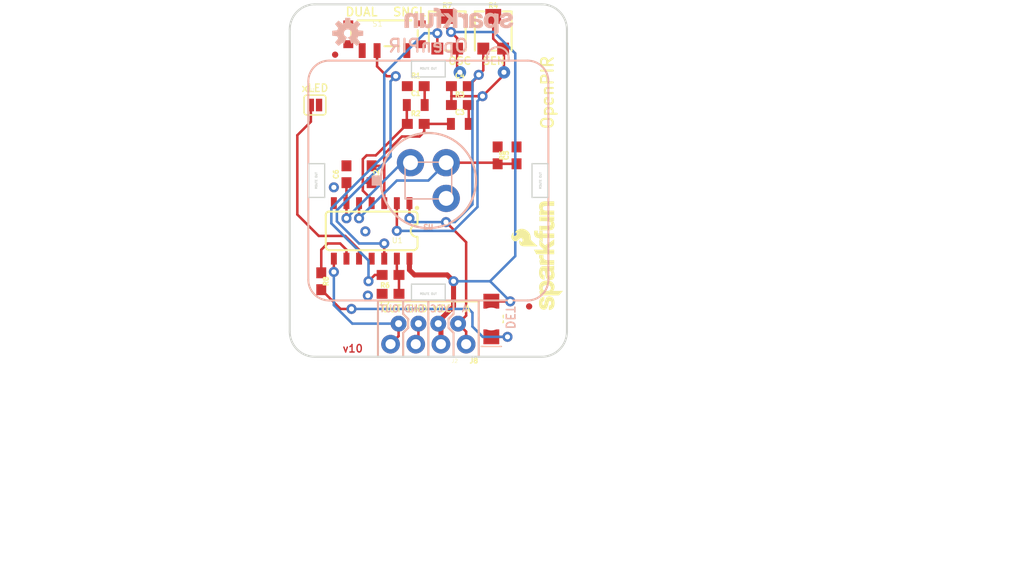
<source format=kicad_pcb>
(kicad_pcb (version 20211014) (generator pcbnew)
  (layers (0 "F.Cu" signal) (31 "B.Cu" signal) (34 "B.Paste" user) (35 "F.Paste" user) (36 "B.SilkS" user "B.Silkscreen") (37 "F.SilkS" user "F.Silkscreen") (38 "B.Mask" user) (39 "F.Mask" user) (44 "Edge.Cuts" user))
  (net 0 "")
  (net 1 "GND")
  (net 2 "N$2")
  (net 3 "N$1")
  (net 4 "VCC")
  (net 5 "N$3")
  (net 6 "N$4")
  (net 7 "N$5")
  (net 8 "N$6")
  (net 9 "N$7")
  (net 10 "N$8")
  (net 11 "MODE")
  (net 12 "~{LED_EN}")
  (net 13 "LED")
  (net 14 "OUT")
  (net 15 "N$9")
  (net 16 "N$11")
  (net 17 "A_OUT")
  (footprint "boardEagle:STAND-OFF" (layer "F.Cu") (at 159.9311 120.2436)
    (fp_text reference "H4" hide)
    (fp_text value "STAND-OFF" hide)
    (pad "" np_thru_hole circle (at 0 0) (size 3.302 3.302) (drill 3.302) (layers *.Cu *.Mask))
  )
  (footprint "boardEagle:SJ_2S" (layer "F.Cu") (at 137.0711 97.3836)
    (fp_text reference "SJ1" (at -0.9498 -1.27) (layer "F.SilkS") (effects (font (size 0.373888 0.373888) (thickness 0.032512)) (justify left bottom)))
    (fp_text value "LED-EN")
    (pad "1" smd rect (at -0.4119 0) (size 0.635 1.27) (layers "F.Cu" "F.Paste" "F.Mask") (net 12 "~{LED_EN}"))
    (pad "2" smd rect (at 0.4119 0) (size 0.635 1.27) (layers "F.Cu" "F.Paste" "F.Mask") (net 1 "GND"))
  )
  (footprint "boardEagle:0603" (layer "F.Cu") (at 147.2311 99.2886)
    (fp_text reference "R2" (at 0 -0.762) (layer "F.SilkS") (effects (font (size 0.48768 0.48768) (thickness 0.12192)) (justify bottom)))
    (fp_text value "560k")
    (pad "1" smd rect (at -0.85 0) (size 1.1 1) (layers "F.Cu" "F.Paste" "F.Mask") (net 7 "N$5"))
    (pad "2" smd rect (at 0.85 0) (size 1.1 1) (layers "F.Cu" "F.Paste" "F.Mask") (net 8 "N$6"))
  )
  (footprint "boardEagle:0603" (layer "F.Cu") (at 142.7861 104.3686 -90)
    (fp_text reference "C2" (at 0 -0.762 -90) (layer "F.SilkS") (effects (font (size 0.48768 0.48768) (thickness 0.12192)) (justify bottom)))
    (fp_text value "10nF")
    (pad "1" smd rect (at -0.85 0 270) (size 1.1 1) (layers "F.Cu" "F.Paste" "F.Mask") (net 8 "N$6"))
    (pad "2" smd rect (at 0.85 0 270) (size 1.1 1) (layers "F.Cu" "F.Paste" "F.Mask") (net 7 "N$5"))
  )
  (footprint "boardEagle:0603" (layer "F.Cu") (at 157.3911 102.4636 90)
    (fp_text reference "C5" (at 0 -0.762 90) (layer "F.SilkS") (effects (font (size 0.48768 0.48768) (thickness 0.12192)) (justify bottom)))
    (fp_text value "0.1uF")
    (pad "1" smd rect (at -0.85 0 90) (size 1.1 1) (layers "F.Cu" "F.Paste" "F.Mask") (net 3 "N$1"))
    (pad "2" smd rect (at 0.85 0 90) (size 1.1 1) (layers "F.Cu" "F.Paste" "F.Mask") (net 1 "GND"))
  )
  (footprint "boardEagle:STAND-OFF" (layer "F.Cu") (at 137.0711 120.2436)
    (fp_text reference "H3" hide)
    (fp_text value "STAND-OFF" hide)
    (pad "" np_thru_hole circle (at 0 0) (size 3.302 3.302) (drill 3.302) (layers *.Cu *.Mask))
  )
  (footprint "boardEagle:0805" (layer "F.Cu") (at 147.2311 97.3836)
    (fp_text reference "C1" (at 0 -0.889) (layer "F.SilkS") (effects (font (size 0.48768 0.48768) (thickness 0.12192)) (justify bottom)))
    (fp_text value "22uF")
    (pad "1" smd rect (at -0.9 0) (size 0.8 1.2) (layers "F.Cu" "F.Paste" "F.Mask") (net 7 "N$5"))
    (pad "2" smd rect (at 0.9 0) (size 0.8 1.2) (layers "F.Cu" "F.Paste" "F.Mask") (net 5 "N$3"))
  )
  (footprint "boardEagle:0603" (layer "F.Cu") (at 151.6761 95.4786)
    (fp_text reference "C4" (at 0 -0.762) (layer "F.SilkS") (effects (font (size 0.48768 0.48768) (thickness 0.12192)) (justify bottom)))
    (fp_text value "10nF")
    (pad "1" smd rect (at -0.85 0) (size 1.1 1) (layers "F.Cu" "F.Paste" "F.Mask") (net 9 "N$7"))
    (pad "2" smd rect (at 0.85 0) (size 1.1 1) (layers "F.Cu" "F.Paste" "F.Mask") (net 17 "A_OUT"))
  )
  (footprint "boardEagle:SFE_LOGO_NAME_FLAME_.1" (layer "F.Cu") (at 162.0901 118.4656 90)
    (fp_text reference "LOGO1" hide)
    (fp_text value "SFE_LOGO_NAME_FLAME.1_INCH" hide)
  )
  (footprint "boardEagle:0603" (layer "F.Cu") (at 140.2461 104.3686 90)
    (fp_text reference "C6" (at 0 -0.762 90) (layer "F.SilkS") (effects (font (size 0.48768 0.48768) (thickness 0.12192)) (justify bottom)))
    (fp_text value "0.1uF")
    (pad "1" smd rect (at -0.85 0 90) (size 1.1 1) (layers "F.Cu" "F.Paste" "F.Mask") (net 2 "N$2"))
    (pad "2" smd rect (at 0.85 0 90) (size 1.1 1) (layers "F.Cu" "F.Paste" "F.Mask") (net 1 "GND"))
  )
  (footprint "boardEagle:0805" (layer "F.Cu") (at 151.6761 99.2886)
    (fp_text reference "C3" (at 0 -0.889) (layer "F.SilkS") (effects (font (size 0.48768 0.48768) (thickness 0.12192)) (justify bottom)))
    (fp_text value "22uF")
    (pad "1" smd rect (at -0.9 0) (size 0.8 1.2) (layers "F.Cu" "F.Paste" "F.Mask") (net 8 "N$6"))
    (pad "2" smd rect (at 0.9 0) (size 0.8 1.2) (layers "F.Cu" "F.Paste" "F.Mask") (net 6 "N$4"))
  )
  (footprint "boardEagle:TRIMPOT-TC33X" (layer "F.Cu") (at 150.4061 89.8906)
    (fp_text reference "R7" (at 0 -2.25) (layer "F.SilkS") (effects (font (size 0.48768 0.48768) (thickness 0.12192)) (justify bottom)))
    (fp_text value "1M")
    (pad "1" smd rect (at -1 1.8) (size 1.2 1.2) (layers "F.Cu" "F.Paste" "F.Mask") (net 16 "N$11"))
    (pad "2" smd rect (at 0 -1.45) (size 1.6 1.5) (layers "F.Cu" "F.Paste" "F.Mask") (net 4 "VCC"))
    (pad "3" smd rect (at 1 1.8) (size 1.2 1.2) (layers "F.Cu" "F.Paste" "F.Mask") (net 4 "VCC"))
  )
  (footprint "boardEagle:STAND-OFF" (layer "F.Cu") (at 159.9311 89.7636)
    (fp_text reference "H2" hide)
    (fp_text value "STAND-OFF" hide)
    (pad "" np_thru_hole circle (at 0 0) (size 3.302 3.302) (drill 3.302) (layers *.Cu *.Mask))
  )
  (footprint "boardEagle:1X04_NO_SILK_ALL_ROUND" (layer "F.Cu") (at 152.3111 121.5136 180)
    (fp_text reference "J8" (at -1.27 -1.397 180) (layer "F.SilkS") (effects (font (size 0.48768 0.48768) (thickness 0.12192)) (justify right top)))
    (fp_text value "")
    (pad "1" thru_hole circle (at 0 0 270) (size 1.8796 1.8796) (drill 1.016) (layers *.Cu *.Mask) (net 17 "A_OUT"))
    (pad "2" thru_hole circle (at 2.54 0 270) (size 1.8796 1.8796) (drill 1.016) (layers *.Cu *.Mask) (net 4 "VCC"))
    (pad "3" thru_hole circle (at 5.08 0 270) (size 1.8796 1.8796) (drill 1.016) (layers *.Cu *.Mask) (net 1 "GND"))
    (pad "4" thru_hole circle (at 7.62 0 270) (size 1.8796 1.8796) (drill 1.016) (layers *.Cu *.Mask) (net 14 "OUT"))
  )
  (footprint "boardEagle:0603" (layer "F.Cu") (at 151.6761 97.3836)
    (fp_text reference "R3" (at 0 -0.762) (layer "F.SilkS") (effects (font (size 0.48768 0.48768) (thickness 0.12192)) (justify bottom)))
    (fp_text value "10k")
    (pad "1" smd rect (at -0.85 0) (size 1.1 1) (layers "F.Cu" "F.Paste" "F.Mask") (net 9 "N$7"))
    (pad "2" smd rect (at 0.85 0) (size 1.1 1) (layers "F.Cu" "F.Paste" "F.Mask") (net 6 "N$4"))
  )
  (footprint "boardEagle:LED-1206-BOTTOM" (layer "F.Cu") (at 154.8511 118.9736 -90)
    (fp_text reference "D1" (at 0 -1.27 -90) (layer "F.SilkS") (effects (font (size 0.48768 0.48768) (thickness 0.12192)) (justify bottom)))
    (fp_text value "Green")
    (pad "" np_thru_hole circle (at 0 0 270) (size 2.3 2.3) (drill 2.3) (layers *.Cu *.Mask))
    (pad "A" smd rect (at -1.8 0 270) (size 1.5 1.6) (layers "F.Cu" "F.Paste" "F.Mask") (net 4 "VCC"))
    (pad "C" smd rect (at 1.8 0 270) (size 1.5 1.6) (layers "F.Cu" "F.Paste" "F.Mask") (net 15 "N$9"))
  )
  (footprint "boardEagle:SO14" (layer "F.Cu") (at 142.7861 110.0836 180)
    (fp_text reference "U1" (at -3.175 -0.635 180) (layer "F.SilkS") (effects (font (size 0.54864 0.54864) (thickness 0.06096)) (justify right top)))
    (fp_text value "NCS36000")
    (pad "1" smd rect (at -3.81 2.8 180) (size 0.6 1.2) (layers "F.Cu" "F.Paste" "F.Mask") (net 17 "A_OUT"))
    (pad "2" smd rect (at -2.54 2.8 180) (size 0.6 1.2) (layers "F.Cu" "F.Paste" "F.Mask") (net 9 "N$7"))
    (pad "3" smd rect (at -1.27 2.8 180) (size 0.6 1.2) (layers "F.Cu" "F.Paste" "F.Mask") (net 8 "N$6"))
    (pad "4" smd rect (at 0 2.8 180) (size 0.6 1.2) (layers "F.Cu" "F.Paste" "F.Mask") (net 7 "N$5"))
    (pad "5" smd rect (at 1.27 2.8 180) (size 0.6 1.2) (layers "F.Cu" "F.Paste" "F.Mask") (net 3 "N$1"))
    (pad "6" smd rect (at 2.54 2.8 180) (size 0.6 1.2) (layers "F.Cu" "F.Paste" "F.Mask") (net 2 "N$2"))
    (pad "7" smd rect (at 3.81 2.8 180) (size 0.6 1.2) (layers "F.Cu" "F.Paste" "F.Mask") (net 1 "GND"))
    (pad "8" smd rect (at 3.81 -2.8 180) (size 0.6 1.2) (layers "F.Cu" "F.Paste" "F.Mask") (net 14 "OUT"))
    (pad "9" smd rect (at 2.54 -2.8 180) (size 0.6 1.2) (layers "F.Cu" "F.Paste" "F.Mask") (net 13 "LED"))
    (pad "10" smd rect (at 1.27 -2.8 180) (size 0.6 1.2) (layers "F.Cu" "F.Paste" "F.Mask") (net 12 "~{LED_EN}"))
    (pad "11" smd rect (at 0 -2.8 180) (size 0.6 1.2) (layers "F.Cu" "F.Paste" "F.Mask"))
    (pad "12" smd rect (at -1.27 -2.8 180) (size 0.6 1.2) (layers "F.Cu" "F.Paste" "F.Mask") (net 11 "MODE"))
    (pad "13" smd rect (at -2.54 -2.8 180) (size 0.6 1.2) (layers "F.Cu" "F.Paste" "F.Mask") (net 10 "N$8"))
    (pad "14" smd rect (at -3.81 -2.8 180) (size 0.6 1.2) (layers "F.Cu" "F.Paste" "F.Mask") (net 4 "VCC"))
  )
  (footprint "boardEagle:MICRO-FIDUCIAL" (layer "F.Cu") (at 158.6611 117.7036)
    (fp_text reference "FD2" hide)
    (fp_text value "FIDUCIALUFIDUCIAL" hide)
    (pad "1" smd roundrect (at 0 0) (size 0.635 0.635) (layers "F.Cu" "F.Mask") (roundrect_rratio 0.5))
  )
  (footprint "boardEagle:JST-4-PTH-VERT-NS" (layer "F.Cu") (at 148.5011 119.9896 180)
    (fp_text reference "J2" (at -3 -3 180) (layer "F.SilkS") (effects (font (size 0.373888 0.373888) (thickness 0.032512)) (justify right top)))
    (fp_text value "")
    (pad "1" thru_hole circle (at -3 0.55 180) (size 1.6 1.6) (drill 0.7) (layers *.Cu *.Mask) (net 17 "A_OUT"))
    (pad "2" thru_hole circle (at -1 0.55 180) (size 1.6 1.6) (drill 0.7) (layers *.Cu *.Mask) (net 4 "VCC"))
    (pad "3" thru_hole circle (at 1 0.55 180) (size 1.6 1.6) (drill 0.7) (layers *.Cu *.Mask) (net 1 "GND"))
    (pad "4" thru_hole circle (at 3 0.55 180) (size 1.6 1.6) (drill 0.7) (layers *.Cu *.Mask) (net 14 "OUT"))
  )
  (footprint "boardEagle:SWITCH-SPST-SMD-A" (layer "F.Cu") (at 144.0815 90.1446)
    (fp_text reference "S1" (at -1.27 -0.635) (layer "F.SilkS") (effects (font (size 0.560832 0.560832) (thickness 0.048768)) (justify left bottom)))
    (fp_text value "")
    (pad "" np_thru_hole circle (at -1.5 0) (size 0.9 0.9) (drill 0.9) (layers *.Cu *.Mask))
    (pad "" np_thru_hole circle (at 1.5 0) (size 0.9 0.9) (drill 0.9) (layers *.Cu *.Mask))
    (pad "1" smd rect (at -2.25 1.75 180) (size 0.7 1.5) (layers "F.Cu" "F.Paste" "F.Mask"))
    (pad "2" smd rect (at -0.75 1.75 180) (size 0.7 1.5) (layers "F.Cu" "F.Paste" "F.Mask") (net 11 "MODE"))
    (pad "3" smd rect (at 2.25 1.75 180) (size 0.7 1.5) (layers "F.Cu" "F.Paste" "F.Mask") (net 1 "GND"))
    (pad "GND1" smd rect (at -3.65 -1) (size 1 0.6) (layers "F.Cu" "F.Paste" "F.Mask"))
    (pad "GND2" smd rect (at -3.65 1.1) (size 1 0.8) (layers "F.Cu" "F.Paste" "F.Mask"))
    (pad "GND3" smd rect (at 3.65 -1) (size 1 0.6) (layers "F.Cu" "F.Paste" "F.Mask"))
    (pad "GND4" smd rect (at 3.65 1.1) (size 1 0.8) (layers "F.Cu" "F.Paste" "F.Mask"))
  )
  (footprint "boardEagle:0603" (layer "F.Cu") (at 144.6911 116.4336 180)
    (fp_text reference "C7" (at 0 -0.762 180) (layer "F.SilkS") (effects (font (size 0.48768 0.48768) (thickness 0.12192)) (justify right top)))
    (fp_text value "0.1uF")
    (pad "1" smd rect (at -0.85 0 180) (size 1.1 1) (layers "F.Cu" "F.Paste" "F.Mask") (net 10 "N$8"))
    (pad "2" smd rect (at 0.85 0 180) (size 1.1 1) (layers "F.Cu" "F.Paste" "F.Mask") (net 1 "GND"))
  )
  (footprint "boardEagle:0603" (layer "F.Cu") (at 155.4861 102.4636 -90)
    (fp_text reference "R5" (at 0 -0.762 -90) (layer "F.SilkS") (effects (font (size 0.48768 0.48768) (thickness 0.12192)) (justify bottom)))
    (fp_text value "43k")
    (pad "1" smd rect (at -0.85 0 270) (size 1.1 1) (layers "F.Cu" "F.Paste" "F.Mask") (net 1 "GND"))
    (pad "2" smd rect (at 0.85 0 270) (size 1.1 1) (layers "F.Cu" "F.Paste" "F.Mask") (net 3 "N$1"))
  )
  (footprint "boardEagle:0603" (layer "F.Cu") (at 137.7061 115.1636 -90)
    (fp_text reference "R8" (at 0 -0.762 -90) (layer "F.SilkS") (effects (font (size 0.48768 0.48768) (thickness 0.12192)) (justify bottom)))
    (fp_text value "1k")
    (pad "1" smd rect (at -0.85 0 270) (size 1.1 1) (layers "F.Cu" "F.Paste" "F.Mask") (net 13 "LED"))
    (pad "2" smd rect (at 0.85 0 270) (size 1.1 1) (layers "F.Cu" "F.Paste" "F.Mask") (net 15 "N$9"))
  )
  (footprint "boardEagle:0603" (layer "F.Cu") (at 147.2311 95.4786)
    (fp_text reference "R1" (at 0 -0.762) (layer "F.SilkS") (effects (font (size 0.48768 0.48768) (thickness 0.12192)) (justify bottom)))
    (fp_text value "10k")
    (pad "1" smd rect (at -0.85 0) (size 1.1 1) (layers "F.Cu" "F.Paste" "F.Mask") (net 1 "GND"))
    (pad "2" smd rect (at 0.85 0) (size 1.1 1) (layers "F.Cu" "F.Paste" "F.Mask") (net 5 "N$3"))
  )
  (footprint "boardEagle:CREATIVE_COMMONS" (layer "F.Cu") (at 125.6411 143.1036)
    (fp_text reference "FRAME1" hide)
    (fp_text value "FRAME-LETTER" hide)
  )
  (footprint "boardEagle:STAND-OFF" (layer "F.Cu") (at 137.0711 89.7636)
    (fp_text reference "H1" hide)
    (fp_text value "STAND-OFF" hide)
    (pad "" np_thru_hole circle (at 0 0) (size 3.302 3.302) (drill 3.302) (layers *.Cu *.Mask))
  )
  (footprint "boardEagle:MICRO-FIDUCIAL" (layer "F.Cu") (at 139.1031 92.3036)
    (fp_text reference "FD1" hide)
    (fp_text value "FIDUCIALUFIDUCIAL" hide)
    (pad "1" smd roundrect (at 0 0) (size 0.635 0.635) (layers "F.Cu" "F.Mask") (roundrect_rratio 0.5))
  )
  (footprint "boardEagle:TRIMPOT-TC33X" (layer "F.Cu") (at 155.0416 89.8906)
    (fp_text reference "R4" (at 0 -2.25) (layer "F.SilkS") (effects (font (size 0.48768 0.48768) (thickness 0.12192)) (justify bottom)))
    (fp_text value "1M")
    (pad "1" smd rect (at -1 1.8) (size 1.2 1.2) (layers "F.Cu" "F.Paste" "F.Mask") (net 17 "A_OUT"))
    (pad "2" smd rect (at 0 -1.45) (size 1.6 1.5) (layers "F.Cu" "F.Paste" "F.Mask") (net 9 "N$7"))
    (pad "3" smd rect (at 1 1.8) (size 1.2 1.2) (layers "F.Cu" "F.Paste" "F.Mask") (net 9 "N$7"))
  )
  (footprint "boardEagle:0603" (layer "F.Cu") (at 144.6911 114.5286 180)
    (fp_text reference "R6" (at 0 -0.762 180) (layer "F.SilkS") (effects (font (size 0.48768 0.48768) (thickness 0.12192)) (justify right top)))
    (fp_text value "51k")
    (pad "1" smd rect (at -0.85 0 180) (size 1.1 1) (layers "F.Cu" "F.Paste" "F.Mask") (net 10 "N$8"))
    (pad "2" smd rect (at 0.85 0 180) (size 1.1 1) (layers "F.Cu" "F.Paste" "F.Mask") (net 16 "N$11"))
  )
  (footprint "boardEagle:LENS-CWM-0.5-GI-V1" (layer "B.Cu") (at 148.5011 105.0036 180)
    (fp_text reference "U$1" hide)
    (fp_text value "CWM 0.5 GI V1" hide)
    (fp_line (start -1.7 -10.45) (end 1.7 -10.45) (layer "Edge.Cuts") (width 0.127))
    (fp_line (start 1.7 12.05) (end 1.7 10.45) (layer "Edge.Cuts") (width 0.127))
    (fp_line (start 10.45 1.7) (end 12.05 1.7) (layer "Edge.Cuts") (width 0.127))
    (fp_line (start -10.45 1.7) (end -10.45 -1.7) (layer "Edge.Cuts") (width 0.127))
    (fp_line (start 12.05 -1.7) (end 10.45 -1.7) (layer "Edge.Cuts") (width 0.127))
    (fp_line (start 10.45 1.7) (end 10.45 -1.7) (layer "Edge.Cuts") (width 0.127))
    (fp_line (start 12.05 1.7) (end 12.05 -1.7) (layer "Edge.Cuts") (width 0.127))
    (fp_line (start -10.45 -1.7) (end -12.05 -1.7) (layer "Edge.Cuts") (width 0.127))
    (fp_line (start -1.7 12.05) (end 1.7 12.05) (layer "Edge.Cuts") (width 0.127))
    (fp_line (start -1.7 -12.05) (end 1.7 -12.05) (layer "Edge.Cuts") (width 0.127))
    (fp_line (start -1.7 10.45) (end -1.7 12.05) (layer "Edge.Cuts") (width 0.127))
    (fp_line (start -1.7 10.45) (end 1.7 10.45) (layer "Edge.Cuts") (width 0.127))
    (fp_line (start -1.7 -12.05) (end -1.7 -10.45) (layer "Edge.Cuts") (width 0.127))
    (fp_line (start -12.05 1.7) (end -10.45 1.7) (layer "Edge.Cuts") (width 0.127))
    (fp_line (start -12.05 1.7) (end -12.05 -1.7) (layer "Edge.Cuts") (width 0.127))
    (fp_line (start 1.7 -10.45) (end 1.7 -12.05) (layer "Edge.Cuts") (width 0.127))
  )
  (footprint "boardEagle:PAD.03X.05" (layer "B.Cu") (at 156.1211 94.0816 180)
    (fp_text reference "TP1" hide)
    (fp_text value "" hide)
    (pad "P$1" smd roundrect (at 0 0 180) (size 1.27 1.27) (layers "B.Cu" "B.Mask") (roundrect_rratio 0.5) (net 9 "N$7"))
  )
  (footprint "boardEagle:PIR" (layer "B.Cu") (at 148.5011 105.0036)
    (fp_text reference "U2" (at 0 4.98 180) (layer "B.SilkS") (effects (font (size 0.48768 0.48768) (thickness 0.12192)) (justify bottom mirror)))
    (fp_text value "PIR")
    (pad "D" thru_hole circle (at -1.8 -1.8) (size 2.75 2.75) (drill 1.5) (layers *.Cu) (net 2 "N$2"))
    (pad "G" thru_hole circle (at 1.8 1.8) (size 2.75 2.75) (drill 1.5) (layers *.Cu) (net 1 "GND"))
    (pad "S" thru_hole circle (at 1.8 -1.8) (size 2.75 2.75) (drill 1.5) (layers *.Cu) (net 3 "N$1"))
  )
  (footprint "boardEagle:OSHW-LOGO-S" (layer "B.Cu") (at 140.3731 90.1446 180)
    (fp_text reference "LOGO4" hide)
    (fp_text value "OSHW-LOGOS" hide)
  )
  (footprint "boardEagle:PAD.03X.05" (layer "B.Cu") (at 151.6761 94.0816 180)
    (fp_text reference "TP2" hide)
    (fp_text value "" hide)
    (pad "P$1" smd roundrect (at 0 0 180) (size 1.27 1.27) (layers "B.Cu" "B.Mask") (roundrect_rratio 0.5) (net 4 "VCC"))
  )
  (footprint "boardEagle:SFE_LOGO_NAME_.1" (layer "B.Cu") (at 157.5181 90.9066 180)
    (fp_text reference "LOGO3" hide)
    (fp_text value "SFE_LOGO_NAME.1_INCH" hide)
  )
  (gr_line (start 151.0411 122.7836) (end 151.0411 120.3706) (layer "B.SilkS") (width 0.2032))
  (gr_line (start 145.9611 122.7836) (end 145.9611 120.3706) (layer "B.SilkS") (width 0.2032))
  (gr_line (start 145.9611 118.4656) (end 145.9611 117.1956) (layer "B.SilkS") (width 0.2032))
  (gr_line (start 146.4691 118.9736) (end 145.9611 118.4656) (layer "B.SilkS") (width 0.2032))
  (gr_line (start 145.9611 120.3706) (end 146.4691 119.8626) (layer "B.SilkS") (width 0.2032))
  (gr_line (start 151.0411 120.3706) (end 150.5331 119.8626) (layer "B.SilkS") (width 0.2032))
  (gr_line (start 150.5331 119.8626) (end 150.5331 118.9736) (layer "B.SilkS") (width 0.2032))
  (gr_line (start 151.0411 118.4656) (end 151.0411 117.1956) (layer "B.SilkS") (width 0.2032))
  (gr_line (start 146.4691 119.8626) (end 146.4691 118.9736) (layer "B.SilkS") (width 0.2032))
  (gr_line (start 148.5011 122.7836) (end 148.5011 117.1956) (layer "B.SilkS") (width 0.2032))
  (gr_line (start 153.5811 122.7836) (end 153.5811 117.1956) (layer "B.SilkS") (width 0.2032))
  (gr_line (start 150.5331 118.9736) (end 151.0411 118.4656) (layer "B.SilkS") (width 0.2032))
  (gr_line (start 143.4211 122.7836) (end 143.4211 117.1956) (layer "B.SilkS") (width 0.2032))
  (gr_line (start 151.0411 120.3706) (end 150.5331 119.8626) (layer "F.SilkS") (width 0.2032))
  (gr_line (start 148.5011 122.7836) (end 148.5011 117.1956) (layer "F.SilkS") (width 0.2032))
  (gr_line (start 150.5331 118.9736) (end 151.0411 118.4656) (layer "F.SilkS") (width 0.2032))
  (gr_line (start 151.0411 122.7836) (end 151.0411 120.3706) (layer "F.SilkS") (width 0.2032))
  (gr_line (start 153.5811 117.1956) (end 151.0411 117.1956) (layer "F.SilkS") (width 0.2032))
  (gr_line (start 145.9611 122.7836) (end 145.9611 120.3706) (layer "F.SilkS") (width 0.2032))
  (gr_line (start 151.0411 117.1956) (end 143.4211 117.1956) (layer "F.SilkS") (width 0.2032))
  (gr_line (start 146.4691 119.8626) (end 146.4691 118.9736) (layer "F.SilkS") (width 0.2032))
  (gr_line (start 145.9611 118.4656) (end 145.9611 117.1956) (layer "F.SilkS") (width 0.2032))
  (gr_line (start 153.5811 122.7836) (end 153.5811 117.1956) (layer "F.SilkS") (width 0.2032))
  (gr_line (start 143.4211 122.7836) (end 143.4211 117.1956) (layer "F.SilkS") (width 0.2032))
  (gr_line (start 151.0411 118.4656) (end 151.0411 117.1956) (layer "F.SilkS") (width 0.2032))
  (gr_line (start 145.9611 120.3706) (end 146.4691 119.8626) (layer "F.SilkS") (width 0.2032))
  (gr_line (start 150.5331 118.9736) (end 150.5331 119.8626) (layer "F.SilkS") (width 0.2032))
  (gr_line (start 146.4691 118.9736) (end 145.9611 118.4656) (layer "F.SilkS") (width 0.2032))
  (gr_line (start 159.9311 87.2236) (end 137.0711 87.2236) (layer "Edge.Cuts") (width 0.2032))
  (gr_line (start 162.4711 120.2436) (end 162.4711 89.7636) (layer "Edge.Cuts") (width 0.2032))
  (gr_arc (start 137.0711 122.7836) (mid 135.275049 122.039651) (end 134.5311 120.2436) (layer "Edge.Cuts") (width 0.2032))
  (gr_line (start 134.5311 89.7636) (end 134.5311 120.2436) (layer "Edge.Cuts") (width 0.2032))
  (gr_arc (start 162.4711 120.2436) (mid 161.727151 122.039651) (end 159.9311 122.7836) (layer "Edge.Cuts") (width 0.2032))
  (gr_arc (start 134.5311 89.7636) (mid 135.275049 87.967549) (end 137.0711 87.2236) (layer "Edge.Cuts") (width 0.2032))
  (gr_arc (start 159.9311 87.2236) (mid 161.727151 87.967549) (end 162.4711 89.7636) (layer "Edge.Cuts") (width 0.2032))
  (gr_line (start 137.0711 122.7836) (end 159.9311 122.7836) (layer "Edge.Cuts") (width 0.2032))
  (gr_text "v10" (at 140.8811 122.4026) (layer "F.Cu") (effects (font (size 0.75565 0.75565) (thickness 0.13335)) (justify bottom)))
  (gr_text "DET" (at 156.2481 118.8466 -90) (layer "B.SilkS") (effects (font (size 0.8636 0.8636) (thickness 0.1524)) (justify bottom mirror)))
  (gr_text "OUT" (at 144.5641 118.3386) (layer "B.SilkS") (effects (font (size 0.69088 0.69088) (thickness 0.12192)) (justify bottom mirror)))
  (gr_text "OpenPIR" (at 148.5011 90.6526) (layer "B.SilkS") (effects (font (size 1.2954 1.2954) (thickness 0.2286)) (justify top mirror)))
  (gr_text "A" (at 152.1841 118.3386) (layer "B.SilkS") (effects (font (size 0.69088 0.69088) (thickness 0.12192)) (justify bottom mirror)))
  (gr_text "GND" (at 147.1041 118.3386) (layer "B.SilkS") (effects (font (size 0.69088 0.69088) (thickness 0.12192)) (justify bottom mirror)))
  (gr_text "VCC" (at 149.6441 118.3386) (layer "B.SilkS") (effects (font (size 0.69088 0.69088) (thickness 0.12192)) (justify bottom mirror)))
  (gr_text "OSC" (at 151.6761 92.4941) (layer "F.SilkS") (effects (font (size 0.75565 0.75565) (thickness 0.13335)) (justify top)))
  (gr_text "A" (at 152.4381 118.3386) (layer "F.SilkS") (effects (font (size 0.69088 0.69088) (thickness 0.12192)) (justify bottom)))
  (gr_text "SNGL" (at 146.5961 88.4936) (layer "F.SilkS") (effects (font (size 0.8636 0.8636) (thickness 0.1524)) (justify bottom)))
  (gr_text "SEN" (at 155.1051 92.4941) (layer "F.SilkS") (effects (font (size 0.75565 0.75565) (thickness 0.13335)) (justify top)))
  (gr_text "GND" (at 147.3581 118.3386) (layer "F.SilkS") (effects (font (size 0.69088 0.69088) (thickness 0.12192)) (justify bottom)))
  (gr_text "xLED" (at 137.0711 96.1136) (layer "F.SilkS") (effects (font (size 0.75565 0.75565) (thickness 0.13335)) (justify bottom)))
  (gr_text "OUT" (at 144.8181 118.3386) (layer "F.SilkS") (effects (font (size 0.69088 0.69088) (thickness 0.12192)) (justify bottom)))
  (gr_text "DUAL" (at 141.7701 88.4936) (layer "F.SilkS") (effects (font (size 0.8636 0.8636) (thickness 0.1524)) (justify bottom)))
  (gr_text "VCC" (at 149.8981 118.3386) (layer "F.SilkS") (effects (font (size 0.69088 0.69088) (thickness 0.12192)) (justify bottom)))
  (gr_text "OpenPIR" (at 161.2011 92.3036 90) (layer "F.SilkS") (effects (font (size 1.18745 1.18745) (thickness 0.20955)) (justify right bottom)))
  (gr_text "ROUTE OUT" (at 159.8041 105.0036 90) (layer "Edge.Cuts") (effects (font (size 0.2032 0.2032) (thickness 0.0508))))
  (gr_text "ROUTE OUT" (at 148.5011 93.7006) (layer "Edge.Cuts") (effects (font (size 0.2032 0.2032) (thickness 0.0508))))
  (gr_text "ROUTE OUT" (at 148.5011 116.4336) (layer "Edge.Cuts") (effects (font (size 0.2032 0.2032) (thickness 0.0508))))
  (gr_text "ROUTE OUT" (at 137.1981 105.0036 90) (layer "Edge.Cuts") (effects (font (size 0.2032 0.2032) (thickness 0.0508))))
  (segment (start 147.2311 121.5136) (end 147.5011 121.2436) (width 0.254) (layer "F.Cu") (net 1))
  (segment (start 147.5011 121.2436) (end 147.5011 119.4396) (width 0.254) (layer "F.Cu") (net 1))
  (via (at 138.9761 105.6894) (size 1.016) (drill 0.508) (layers "F.Cu" "B.Cu") (net 1))
  (via (at 142.4051 116.6114) (size 1.016) (drill 0.508) (layers "F.Cu" "B.Cu") (net 1))
  (via (at 142.1511 110.1344) (size 1.016) (drill 0.508) (layers "F.Cu" "B.Cu") (net 1))
  (segment (start 140.2461 107.2836) (end 140.2461 108.8136) (width 0.254) (layer "F.Cu") (net 2))
  (segment (start 140.2461 107.2836) (end 140.2461 105.2186) (width 0.254) (layer "F.Cu") (net 2))
  (via (at 140.2461 108.8136) (size 1.016) (drill 0.508) (layers "F.Cu" "B.Cu") (net 2))
  (segment (start 140.2461 108.8136) (end 145.8561 103.2036) (width 0.254) (layer "B.Cu") (net 2))
  (segment (start 145.8561 103.2036) (end 146.7011 103.2036) (width 0.254) (layer "B.Cu") (net 2))
  (segment (start 150.3011 103.2036) (end 155.4861 103.2036) (width 0.254) (layer "F.Cu") (net 3))
  (segment (start 155.4861 103.3136) (end 157.3911 103.3136) (width 0.254) (layer "F.Cu") (net 3))
  (segment (start 155.4861 103.2036) (end 155.4861 103.3136) (width 0.254) (layer "F.Cu") (net 3))
  (segment (start 141.5161 107.2836) (end 141.5161 108.8136) (width 0.254) (layer "F.Cu") (net 3))
  (via (at 141.5161 108.8136) (size 1.016) (drill 0.508) (layers "F.Cu" "B.Cu") (net 3))
  (segment (start 148.5011 105.0036) (end 150.3011 103.2036) (width 0.254) (layer "B.Cu") (net 3))
  (segment (start 145.3261 105.0036) (end 148.5011 105.0036) (width 0.254) (layer "B.Cu") (net 3))
  (segment (start 141.5161 108.8136) (end 145.3261 105.0036) (width 0.254) (layer "B.Cu") (net 3))
  (segment (start 150.4061 88.4406) (end 150.4061 89.6366) (width 0.254) (layer "F.Cu") (net 4))
  (segment (start 151.0411 117.7036) (end 151.0411 115.1636) (width 0.508) (layer "F.Cu") (net 4))
  (segment (start 151.4061 91.6906) (end 151.4061 90.6366) (width 0.254) (layer "F.Cu") (net 4))
  (segment (start 151.0411 115.1636) (end 150.4061 114.5286) (width 0.508) (layer "F.Cu") (net 4))
  (segment (start 146.5961 112.8836) (end 146.5961 114.0206) (width 0.508) (layer "F.Cu") (net 4))
  (segment (start 151.4061 90.6366) (end 150.7871 90.0176) (width 0.254) (layer "F.Cu") (net 4))
  (segment (start 146.5961 114.0206) (end 147.1041 114.5286) (width 0.508) (layer "F.Cu") (net 4))
  (segment (start 151.4061 91.6906) (end 151.4061 93.8116) (width 0.254) (layer "F.Cu") (net 4))
  (segment (start 149.5011 119.2436) (end 151.0411 117.7036) (width 0.508) (layer "F.Cu") (net 4))
  (segment (start 154.8731 117.1956) (end 154.8511 117.1736) (width 0.254) (layer "F.Cu") (net 4))
  (segment (start 149.7711 121.5136) (end 149.7711 119.7096) (width 0.508) (layer "F.Cu") (net 4))
  (segment (start 156.7561 117.1956) (end 154.8731 117.1956) (width 0.254) (layer "F.Cu") (net 4))
  (segment (start 150.4061 114.5286) (end 147.1041 114.5286) (width 0.508) (layer "F.Cu") (net 4))
  (segment (start 149.5011 119.4396) (end 149.5011 119.2436) (width 0.508) (layer "F.Cu") (net 4))
  (segment (start 150.4061 89.6366) (end 150.7871 90.0176) (width 0.254) (layer "F.Cu") (net 4))
  (segment (start 151.4061 93.8116) (end 151.6761 94.0816) (width 0.254) (layer "F.Cu") (net 4))
  (segment (start 149.7711 119.7096) (end 149.5011 119.4396) (width 0.508) (layer "F.Cu") (net 4))
  (via (at 151.0411 115.1636) (size 1.016) (drill 0.508) (layers "F.Cu" "B.Cu") (net 4))
  (via (at 156.7561 117.1956) (size 1.016) (drill 0.508) (layers "F.Cu" "B.Cu") (net 4))
  (via (at 151.6761 94.0816) (size 1.016) (drill 0.508) (layers "F.Cu" "B.Cu") (net 4))
  (via (at 150.7871 90.0176) (size 1.016) (drill 0.508) (layers "F.Cu" "B.Cu") (net 4))
  (segment (start 154.7241 115.1636) (end 151.0411 115.1636) (width 0.254) (layer "B.Cu") (net 4))
  (segment (start 151.4061 93.8116) (end 151.6761 94.0816) (width 0.254) (layer "B.Cu") (net 4))
  (segment (start 157.2641 92.1766) (end 155.1051 90.0176) (width 0.254) (layer "B.Cu") (net 4))
  (segment (start 157.2641 112.6236) (end 157.2641 92.1766) (width 0.254) (layer "B.Cu") (net 4))
  (segment (start 154.7241 115.1636) (end 157.2641 112.6236) (width 0.254) (layer "B.Cu") (net 4))
  (segment (start 156.7561 117.1956) (end 154.7241 115.1636) (width 0.254) (layer "B.Cu") (net 4))
  (segment (start 155.1051 90.0176) (end 150.7871 90.0176) (width 0.254) (layer "B.Cu") (net 4))
  (segment (start 148.1311 95.5286) (end 148.0811 95.4786) (width 0.254) (layer "F.Cu") (net 5))
  (segment (start 148.1311 97.3836) (end 148.1311 95.5286) (width 0.254) (layer "F.Cu") (net 5))
  (segment (start 152.5761 97.4336) (end 152.5261 97.3836) (width 0.254) (layer "F.Cu") (net 6))
  (segment (start 152.5761 99.2886) (end 152.5761 97.4336) (width 0.254) (layer "F.Cu") (net 6))
  (segment (start 141.8971 102.8446) (end 142.2781 102.4636) (width 0.254) (layer "F.Cu") (net 7))
  (segment (start 146.3311 97.3836) (end 146.3311 99.2386) (width 0.254) (layer "F.Cu") (net 7))
  (segment (start 142.7861 107.2836) (end 142.7861 106.9086) (width 0.254) (layer "F.Cu") (net 7))
  (segment (start 143.2061 102.4636) (end 146.3811 99.2886) (width 0.254) (layer "F.Cu") (net 7))
  (segment (start 142.7861 106.9086) (end 141.8971 106.0196) (width 0.254) (layer "F.Cu") (net 7))
  (segment (start 142.2781 102.4636) (end 143.2061 102.4636) (width 0.254) (layer "F.Cu") (net 7))
  (segment (start 141.8971 105.2186) (end 141.8971 102.8446) (width 0.254) (layer "F.Cu") (net 7))
  (segment (start 142.7861 105.2186) (end 141.8971 105.2186) (width 0.254) (layer "F.Cu") (net 7))
  (segment (start 146.3311 99.2386) (end 146.3811 99.2886) (width 0.254) (layer "F.Cu") (net 7))
  (segment (start 141.8971 105.2186) (end 141.8971 106.0196) (width 0.254) (layer "F.Cu") (net 7))
  (segment (start 145.8341 100.5586) (end 147.6121 100.5586) (width 0.254) (layer "F.Cu") (net 8))
  (segment (start 147.6121 100.5586) (end 148.0811 100.0896) (width 0.254) (layer "F.Cu") (net 8))
  (segment (start 144.0561 107.2836) (end 144.0561 103.5186) (width 0.254) (layer "F.Cu") (net 8))
  (segment (start 150.7761 99.2886) (end 148.0811 99.2886) (width 0.254) (layer "F.Cu") (net 8))
  (segment (start 144.0561 102.3366) (end 145.8341 100.5586) (width 0.254) (layer "F.Cu") (net 8))
  (segment (start 142.7861 103.5186) (end 144.0561 103.5186) (width 0.254) (layer "F.Cu") (net 8))
  (segment (start 144.0561 103.5186) (end 144.0561 102.3366) (width 0.254) (layer "F.Cu") (net 8))
  (segment (start 148.0811 99.2886) (end 148.0811 100.0896) (width 0.254) (layer "F.Cu") (net 8))
  (segment (start 155.0416 90.6906) (end 156.0416 91.6906) (width 0.254) (layer "F.Cu") (net 9))
  (segment (start 153.9621 96.4946) (end 156.1211 94.3356) (width 0.254) (layer "F.Cu") (net 9))
  (segment (start 150.8261 97.3836) (end 150.8261 96.4946) (width 0.254) (layer "F.Cu") (net 9))
  (segment (start 155.0416 88.4406) (end 155.0416 90.6906) (width 0.254) (layer "F.Cu") (net 9))
  (segment (start 156.1211 94.3356) (end 156.1211 94.0816) (width 0.254) (layer "F.Cu") (net 9))
  (segment (start 145.3261 107.2836) (end 145.3261 110.0836) (width 0.254) (layer "F.Cu") (net 9))
  (segment (start 156.1211 94.0816) (end 156.1211 91.7701) (width 0.254) (layer "F.Cu") (net 9))
  (segment (start 153.9621 96.4946) (end 150.8261 96.4946) (width 0.254) (layer "F.Cu") (net 9))
  (segment (start 156.1211 91.7701) (end 156.0416 91.6906) (width 0.254) (layer "F.Cu") (net 9))
  (segment (start 150.8261 96.4946) (end 150.8261 95.4786) (width 0.254) (layer "F.Cu") (net 9))
  (via (at 156.1211 94.0816) (size 1.016) (drill 0.508) (layers "F.Cu" "B.Cu") (net 9))
  (via (at 145.3261 110.0836) (size 1.016) (drill 0.508) (layers "F.Cu" "B.Cu") (net 9))
  (via (at 153.9621 96.4946) (size 1.016) (drill 0.508) (layers "F.Cu" "B.Cu") (net 9))
  (segment (start 151.0411 110.0836) (end 153.4541 107.6706) (width 0.254) (layer "B.Cu") (net 9))
  (segment (start 153.4541 97.0026) (end 153.9621 96.4946) (width 0.254) (layer "B.Cu") (net 9))
  (segment (start 145.3261 110.0836) (end 151.0411 110.0836) (width 0.254) (layer "B.Cu") (net 9))
  (segment (start 153.4541 107.6706) (end 153.4541 97.0026) (width 0.254) (layer "B.Cu") (net 9))
  (segment (start 145.5411 116.4336) (end 145.5411 114.5286) (width 0.254) (layer "F.Cu") (net 10))
  (segment (start 145.3261 114.3136) (end 145.5411 114.5286) (width 0.254) (layer "F.Cu") (net 10))
  (segment (start 145.3261 112.8836) (end 145.3261 114.3136) (width 0.254) (layer "F.Cu") (net 10))
  (segment (start 144.0561 112.8836) (end 144.0561 111.3536) (width 0.254) (layer "F.Cu") (net 11))
  (segment (start 145.2111 94.4746) (end 144.3221 94.4746) (width 0.254) (layer "F.Cu") (net 11))
  (segment (start 144.3221 94.4746) (end 143.3315 93.484) (width 0.254) (layer "F.Cu") (net 11))
  (segment (start 143.3315 93.484) (end 143.3315 91.8946) (width 0.254) (layer "F.Cu") (net 11))
  (via (at 145.2111 94.4746) (size 1.016) (drill 0.508) (layers "F.Cu" "B.Cu") (net 11))
  (via (at 144.0561 111.3536) (size 1.016) (drill 0.508) (layers "F.Cu" "B.Cu") (net 11))
  (segment (start 144.0561 111.3536) (end 141.5161 111.3536) (width 0.254) (layer "B.Cu") (net 11))
  (segment (start 144.6911 94.9946) (end 145.2111 94.4746) (width 0.254) (layer "B.Cu") (net 11))
  (segment (start 141.5161 111.3536) (end 139.2809 109.1184) (width 0.254) (layer "B.Cu") (net 11))
  (segment (start 139.2809 108.0008) (end 144.6911 102.5906) (width 0.254) (layer "B.Cu") (net 11))
  (segment (start 144.6911 102.5906) (end 144.6911 94.9946) (width 0.254) (layer "B.Cu") (net 11))
  (segment (start 139.2809 109.1184) (end 139.2809 108.0008) (width 0.254) (layer "B.Cu") (net 11))
  (segment (start 135.2931 100.4316) (end 136.6592 99.0655) (width 0.254) (layer "F.Cu") (net 12))
  (segment (start 140.1191 110.5916) (end 141.5161 111.9886) (width 0.254) (layer "F.Cu") (net 12))
  (segment (start 137.4521 110.5916) (end 135.2931 108.4326) (width 0.254) (layer "F.Cu") (net 12))
  (segment (start 135.2931 108.4326) (end 135.2931 100.4316) (width 0.254) (layer "F.Cu") (net 12))
  (segment (start 141.5161 112.8836) (end 141.5161 111.9886) (width 0.254) (layer "F.Cu") (net 12))
  (segment (start 140.1191 110.5916) (end 137.4521 110.5916) (width 0.254) (layer "F.Cu") (net 12))
  (segment (start 136.6592 97.3836) (end 136.6592 99.0655) (width 0.254) (layer "F.Cu") (net 12))
  (segment (start 137.7061 111.9886) (end 138.3411 111.3536) (width 0.254) (layer "F.Cu") (net 13))
  (segment (start 138.3411 111.3536) (end 139.6111 111.3536) (width 0.254) (layer "F.Cu") (net 13))
  (segment (start 139.6111 111.3536) (end 140.2461 111.9886) (width 0.254) (layer "F.Cu") (net 13))
  (segment (start 140.2461 111.9886) (end 140.2461 112.8836) (width 0.254) (layer "F.Cu") (net 13))
  (segment (start 137.7061 114.3136) (end 137.7061 111.9886) (width 0.254) (layer "F.Cu") (net 13))
  (segment (start 145.5011 120.7036) (end 145.5011 119.4396) (width 0.254) (layer "F.Cu") (net 14))
  (segment (start 138.9761 112.8836) (end 138.9761 114.2238) (width 0.254) (layer "F.Cu") (net 14))
  (segment (start 144.6911 121.5136) (end 145.5011 120.7036) (width 0.254) (layer "F.Cu") (net 14))
  (via (at 138.9761 114.2238) (size 1.016) (drill 0.508) (layers "F.Cu" "B.Cu") (net 14))
  (segment (start 138.9761 117.5766) (end 140.8391 119.4396) (width 0.254) (layer "B.Cu") (net 14))
  (segment (start 138.9761 114.2238) (end 138.9761 117.5766) (width 0.254) (layer "B.Cu") (net 14))
  (segment (start 140.8391 119.4396) (end 145.5011 119.4396) (width 0.254) (layer "B.Cu") (net 14))
  (segment (start 139.6501 117.9576) (end 140.7541 117.9576) (width 0.254) (layer "F.Cu") (net 15))
  (segment (start 137.7061 116.0136) (end 139.6501 117.9576) (width 0.254) (layer "F.Cu") (net 15))
  (segment (start 154.8511 120.7736) (end 156.4801 120.7736) (width 0.254) (layer "F.Cu") (net 15))
  (via (at 156.4801 120.7736) (size 1.016) (drill 0.508) (layers "F.Cu" "B.Cu") (net 15))
  (via (at 140.7541 117.9576) (size 1.016) (drill 0.508) (layers "F.Cu" "B.Cu") (net 15))
  (segment (start 153.9841 120.7736) (end 152.9461 119.7356) (width 0.254) (layer "B.Cu") (net 15))
  (segment (start 152.9461 119.7356) (end 152.9461 118.3386) (width 0.254) (layer "B.Cu") (net 15))
  (segment (start 156.4801 120.7736) (end 153.9841 120.7736) (width 0.254) (layer "B.Cu") (net 15))
  (segment (start 152.5651 117.9576) (end 140.7541 117.9576) (width 0.254) (layer "B.Cu") (net 15))
  (segment (start 152.9461 118.3386) (end 152.5651 117.9576) (width 0.254) (layer "B.Cu") (net 15))
  (segment (start 143.8411 114.5286) (end 143.1036 114.5286) (width 0.254) (layer "F.Cu") (net 16))
  (segment (start 149.4061 91.6906) (end 149.4061 90.1446) (width 0.254) (layer "F.Cu") (net 16))
  (segment (start 143.1036 114.5286) (end 142.4686 115.1636) (width 0.254) (layer "F.Cu") (net 16))
  (via (at 142.4686 115.1636) (size 1.016) (drill 0.508) (layers "F.Cu" "B.Cu") (net 16))
  (via (at 149.4061 90.1446) (size 1.016) (drill 0.508) (layers "F.Cu" "B.Cu") (net 16))
  (segment (start 138.7221 107.7976) (end 144.0561 102.4636) (width 0.254) (layer "B.Cu") (net 16))
  (segment (start 144.0561 94.2086) (end 148.1201 90.1446) (width 0.254) (layer "B.Cu") (net 16))
  (segment (start 138.7221 109.3216) (end 138.7221 107.7976) (width 0.254) (layer "B.Cu") (net 16))
  (segment (start 144.0561 102.4636) (end 144.0561 94.2086) (width 0.254) (layer "B.Cu") (net 16))
  (segment (start 142.4686 115.1636) (end 142.4686 113.0681) (width 0.254) (layer "B.Cu") (net 16))
  (segment (start 149.4061 90.1446) (end 148.1201 90.1446) (width 0.254) (layer "B.Cu") (net 16))
  (segment (start 142.4686 113.0681) (end 138.7221 109.3216) (width 0.254) (layer "B.Cu") (net 16))
  (segment (start 153.5811 94.3356) (end 153.5811 94.4236) (width 0.254) (layer "F.Cu") (net 17))
  (segment (start 154.2161 91.8651) (end 154.0416 91.6906) (width 0.254) (layer "F.Cu") (net 17))
  (segment (start 146.5961 107.2836) (end 146.5961 108.8136) (width 0.254) (layer "F.Cu") (net 17))
  (segment (start 152.3111 111.2266) (end 152.3111 118.6296) (width 0.254) (layer "F.Cu") (net 17))
  (segment (start 152.3111 120.2496) (end 151.5011 119.4396) (width 0.254) (layer "F.Cu") (net 17))
  (segment (start 153.5811 94.3356) (end 154.0416 93.8751) (width 0.254) (layer "F.Cu") (net 17))
  (segment (start 152.3111 118.6296) (end 151.5011 119.4396) (width 0.254) (layer "F.Cu") (net 17))
  (segment (start 154.0416 93.8751) (end 154.0416 91.6906) (width 0.254) (layer "F.Cu") (net 17))
  (segment (start 152.3111 111.2266) (end 150.2791 109.1946) (width 0.254) (layer "F.Cu") (net 17))
  (segment (start 152.3111 121.5136) (end 152.3111 120.2496) (width 0.254) (layer "F.Cu") (net 17))
  (segment (start 153.5811 94.4236) (end 152.5261 95.4786) (width 0.254) (layer "F.Cu") (net 17))
  (via (at 150.2791 109.1946) (size 1.016) (drill 0.508) (layers "F.Cu" "B.Cu") (net 17))
  (via (at 146.5961 108.8136) (size 1.016) (drill 0.508) (layers "F.Cu" "B.Cu") (net 17))
  (via (at 153.5811 94.3356) (size 1.016) (drill 0.508) (layers "F.Cu" "B.Cu") (net 17))
  (segment (start 146.9771 109.1946) (end 150.2791 109.1946) (width 0.254) (layer "B.Cu") (net 17))
  (segment (start 150.2791 109.1946) (end 151.1681 109.1946) (width 0.254) (layer "B.Cu") (net 17))
  (segment (start 146.5961 108.8136) (end 146.9771 109.1946) (width 0.254) (layer "B.Cu") (net 17))
  (segment (start 152.9461 107.4166) (end 152.9461 94.9706) (width 0.254) (layer "B.Cu") (net 17))
  (segment (start 152.9461 94.9706) (end 153.5811 94.3356) (width 0.254) (layer "B.Cu") (net 17))
  (segment (start 151.1681 109.1946) (end 152.9461 107.4166) (width 0.254) (layer "B.Cu") (net 17))
)
</source>
